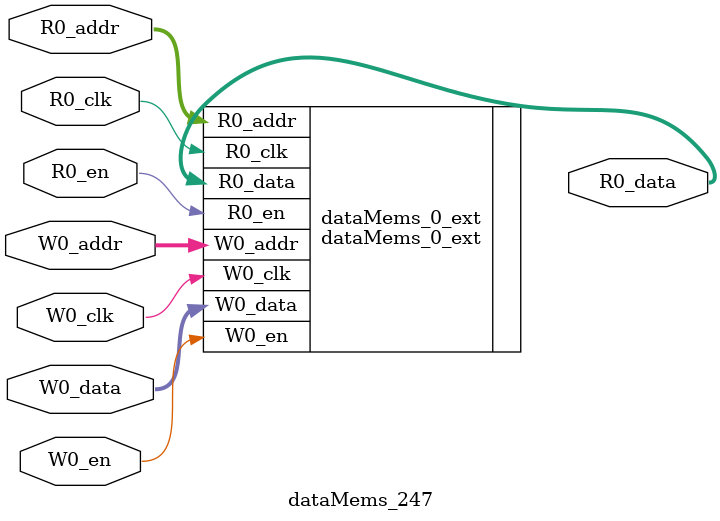
<source format=sv>
`ifndef RANDOMIZE
  `ifdef RANDOMIZE_REG_INIT
    `define RANDOMIZE
  `endif // RANDOMIZE_REG_INIT
`endif // not def RANDOMIZE
`ifndef RANDOMIZE
  `ifdef RANDOMIZE_MEM_INIT
    `define RANDOMIZE
  `endif // RANDOMIZE_MEM_INIT
`endif // not def RANDOMIZE

`ifndef RANDOM
  `define RANDOM $random
`endif // not def RANDOM

// Users can define 'PRINTF_COND' to add an extra gate to prints.
`ifndef PRINTF_COND_
  `ifdef PRINTF_COND
    `define PRINTF_COND_ (`PRINTF_COND)
  `else  // PRINTF_COND
    `define PRINTF_COND_ 1
  `endif // PRINTF_COND
`endif // not def PRINTF_COND_

// Users can define 'ASSERT_VERBOSE_COND' to add an extra gate to assert error printing.
`ifndef ASSERT_VERBOSE_COND_
  `ifdef ASSERT_VERBOSE_COND
    `define ASSERT_VERBOSE_COND_ (`ASSERT_VERBOSE_COND)
  `else  // ASSERT_VERBOSE_COND
    `define ASSERT_VERBOSE_COND_ 1
  `endif // ASSERT_VERBOSE_COND
`endif // not def ASSERT_VERBOSE_COND_

// Users can define 'STOP_COND' to add an extra gate to stop conditions.
`ifndef STOP_COND_
  `ifdef STOP_COND
    `define STOP_COND_ (`STOP_COND)
  `else  // STOP_COND
    `define STOP_COND_ 1
  `endif // STOP_COND
`endif // not def STOP_COND_

// Users can define INIT_RANDOM as general code that gets injected into the
// initializer block for modules with registers.
`ifndef INIT_RANDOM
  `define INIT_RANDOM
`endif // not def INIT_RANDOM

// If using random initialization, you can also define RANDOMIZE_DELAY to
// customize the delay used, otherwise 0.002 is used.
`ifndef RANDOMIZE_DELAY
  `define RANDOMIZE_DELAY 0.002
`endif // not def RANDOMIZE_DELAY

// Define INIT_RANDOM_PROLOG_ for use in our modules below.
`ifndef INIT_RANDOM_PROLOG_
  `ifdef RANDOMIZE
    `ifdef VERILATOR
      `define INIT_RANDOM_PROLOG_ `INIT_RANDOM
    `else  // VERILATOR
      `define INIT_RANDOM_PROLOG_ `INIT_RANDOM #`RANDOMIZE_DELAY begin end
    `endif // VERILATOR
  `else  // RANDOMIZE
    `define INIT_RANDOM_PROLOG_
  `endif // RANDOMIZE
`endif // not def INIT_RANDOM_PROLOG_

// Include register initializers in init blocks unless synthesis is set
`ifndef SYNTHESIS
  `ifndef ENABLE_INITIAL_REG_
    `define ENABLE_INITIAL_REG_
  `endif // not def ENABLE_INITIAL_REG_
`endif // not def SYNTHESIS

// Include rmemory initializers in init blocks unless synthesis is set
`ifndef SYNTHESIS
  `ifndef ENABLE_INITIAL_MEM_
    `define ENABLE_INITIAL_MEM_
  `endif // not def ENABLE_INITIAL_MEM_
`endif // not def SYNTHESIS

module dataMems_247(	// @[generators/ara/src/main/scala/UnsafeAXI4ToTL.scala:365:62]
  input  [4:0]  R0_addr,
  input         R0_en,
  input         R0_clk,
  output [66:0] R0_data,
  input  [4:0]  W0_addr,
  input         W0_en,
  input         W0_clk,
  input  [66:0] W0_data
);

  dataMems_0_ext dataMems_0_ext (	// @[generators/ara/src/main/scala/UnsafeAXI4ToTL.scala:365:62]
    .R0_addr (R0_addr),
    .R0_en   (R0_en),
    .R0_clk  (R0_clk),
    .R0_data (R0_data),
    .W0_addr (W0_addr),
    .W0_en   (W0_en),
    .W0_clk  (W0_clk),
    .W0_data (W0_data)
  );
endmodule


</source>
